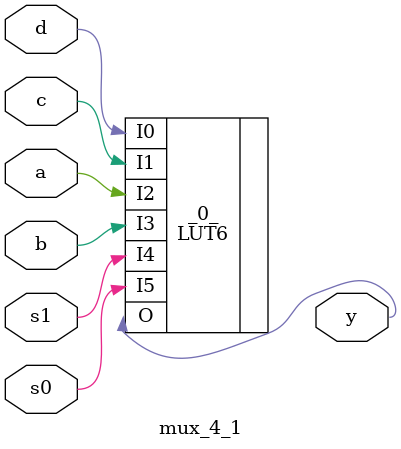
<source format=v>

module mux_4_1 (
    a,
    b,
    c,
    d,
    s0,
    s1,
    y
);
  input a;
  wire a;
  input b;
  wire b;
  input c;
  wire c;
  input d;
  wire d;
  input s0;
  wire s0;
  input s1;
  wire s1;
  output y;
  wire y;
  LUT6 #(
      .INIT(64'd17361601744336890538)
  ) _0_ (
      .I0(d),
      .I1(c),
      .I2(a),
      .I3(b),
      .I4(s1),
      .I5(s0),
      .O (y)
  );
endmodule

// CHECK: module mux_4_1 (
// CHECK:   a,
// CHECK:   b,
// CHECK:   c,
// CHECK:   d,
// CHECK:   s0,
// CHECK:   s1,
// CHECK:   y
// CHECK: );
// CHECK:   input a;
// CHECK:   wire a;
// CHECK:   input b;
// CHECK:   wire b;
// CHECK:   input c;
// CHECK:   wire c;
// CHECK:   input d;
// CHECK:   wire d;
// CHECK:   input s0;
// CHECK:   wire s0;
// CHECK:   input s1;
// CHECK:   wire s1;
// CHECK:   output y;
// CHECK:   wire y;
// CHECK:   wire __0__;
// CHECK:   wire __1__;
// CHECK:   LUT4 #(
// CHECK:     .INIT(16'hf0ca)
// CHECK:   ) __2__ (
// CHECK:     .I3(s0),
// CHECK:     .I2(s1),
// CHECK:     .I1(b),
// CHECK:     .I0(d),
// CHECK:     .O(__0__)
// CHECK:   );
// CHECK:   LUT4 #(
// CHECK:     .INIT(16'hcaf0)
// CHECK:   ) __3__ (
// CHECK:     .I3(s0),
// CHECK:     .I2(__0__),
// CHECK:     .I1(a),
// CHECK:     .I0(c),
// CHECK:     .O(__1__)
// CHECK:   );
// CHECK:   assign y = __1__;
// CHECK: endmodule

</source>
